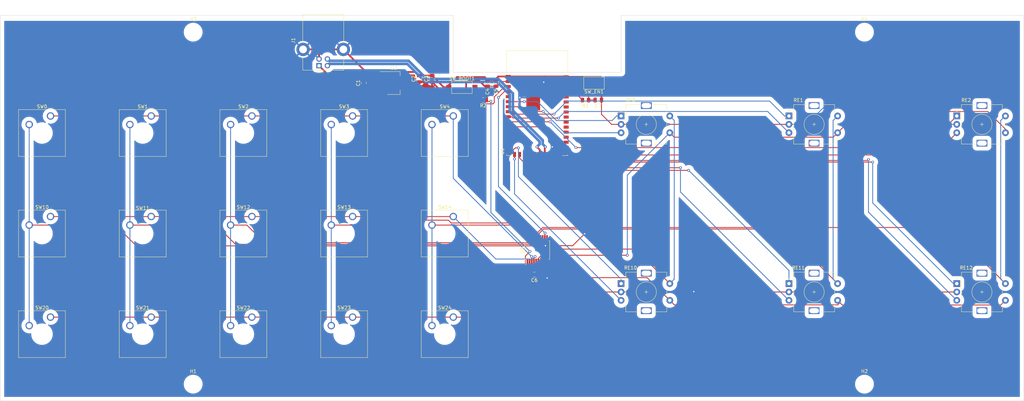
<source format=kicad_pcb>
(kicad_pcb (version 20211014) (generator pcbnew)
  (title_block (title "OBS导播键盘") (date "2022-05-09") (company "U2SB"))
  (layers (0 "F.Cu" signal) (31 "B.Cu" signal) (34 "B.Paste" user) (35 "F.Paste" user) (36 "B.SilkS" user "B.Silkscreen") (37 "F.SilkS" user "F.Silkscreen") (38 "B.Mask" user) (39 "F.Mask" user) (44 "Edge.Cuts" user))
  (net 0 "")
  (net 1 "+5V")
  (net 2 "GND")
  (net 3 "+3V3")
  (net 4 "/ESP_EN")
  (net 5 "/USB_D-")
  (net 6 "/USB_D+")
  (net 7 "/ESP_IO0")
  (net 8 "/EA_00")
  (net 9 "/EB_00")
  (net 10 "/R3")
  (net 11 "/C0")
  (net 12 "/EA_01")
  (net 13 "/EB_01")
  (net 14 "/C1")
  (net 15 "/EA_02")
  (net 16 "/EB_02")
  (net 17 "/C2")
  (net 18 "/EA_10")
  (net 19 "/EB_10")
  (net 20 "/R4")
  (net 21 "/EA_11")
  (net 22 "/EB_11")
  (net 23 "/EA_12")
  (net 24 "/EB_12")
  (net 25 "/R0")
  (net 26 "/C3")
  (net 27 "/C4")
  (net 28 "/R1")
  (net 29 "/R2")
  (net 30 "/K_TX")
  (footprint "Capacitor_SMD:C_0805_2012Metric" (layer "F.Cu") (at 184.15 147.32 180)
    (fp_text reference "C6")
    (fp_text value "1uF")
  )
  (footprint "Rotary_Encoder:RotaryEncoder_Alps_EC11E-Switch_Vertical_H20mm" (layer "F.Cu") (at 210 100)
    (fp_text reference "RE0")
    (fp_text value "RotaryEncoder_Switch")
  )
  (footprint "Rotary_Encoder:RotaryEncoder_Alps_EC11E-Switch_Vertical_H20mm" (layer "F.Cu") (at 210 150)
    (fp_text reference "RE10")
    (fp_text value "RotaryEncoder_Switch")
  )
  (footprint "Rotary_Encoder:RotaryEncoder_Alps_EC11E-Switch_Vertical_H20mm" (layer "F.Cu") (at 260 150)
    (fp_text reference "RE11")
    (fp_text value "RotaryEncoder_Switch")
  )
  (footprint "Button_Switch_Keyboard:SW_Cherry_MX_1.00u_Plate" (layer "F.Cu") (at 100 100)
    (fp_text reference "SW2")
    (fp_text value "SW_Push")
  )
  (footprint "Rotary_Encoder:RotaryEncoder_Alps_EC11E-Switch_Vertical_H20mm" (layer "F.Cu") (at 310 150)
    (fp_text reference "RE12")
    (fp_text value "RotaryEncoder_Switch")
  )
  (footprint "Package_TO_SOT_SMD:SOT-223-3_TabPin2" (layer "F.Cu") (at 142.24 90.17)
    (fp_text reference "U2")
    (fp_text value "AMS1117-3.3")
  )
  (footprint "MountingHole:MountingHole_3.2mm_M3_ISO7380" (layer "F.Cu") (at 82.5 180)
    (fp_text reference "H1")
    (fp_text value "MountingHole")
  )
  (footprint "Button_Switch_Keyboard:SW_Cherry_MX_1.00u_Plate" (layer "F.Cu") (at 70 160)
    (fp_text reference "SW21")
    (fp_text value "SW_Push")
  )
  (footprint "Capacitor_SMD:C_0805_2012Metric" (layer "F.Cu") (at 172.72 90.17 -90)
    (fp_text reference "C5")
    (fp_text value "0.1uF")
  )
  (footprint "Button_Switch_SMD:SW_SPST_CK_RS282G05A3" (layer "F.Cu") (at 162.56 91.44)
    (fp_text reference "SW_BOOT1")
    (fp_text value "SW_Push")
  )
  (footprint "Button_Switch_Keyboard:SW_Cherry_MX_1.00u_Plate" (layer "F.Cu") (at 40 100)
    (fp_text reference "SW0")
    (fp_text value "SW_Push")
  )
  (footprint "Button_Switch_Keyboard:SW_Cherry_MX_1.00u_Plate" (layer "F.Cu") (at 40 160)
    (fp_text reference "SW20")
    (fp_text value "SW_Push")
  )
  (footprint "Resistor_SMD:R_0805_2012Metric" (layer "F.Cu") (at 199.39 95.25)
    (fp_text reference "R1")
    (fp_text value "10K")
  )
  (footprint "Button_Switch_Keyboard:SW_Cherry_MX_1.00u_Plate" (layer "F.Cu") (at 160 160)
    (fp_text reference "SW24")
    (fp_text value "SW_Push")
  )
  (footprint "Capacitor_SMD:C_0805_2012Metric" (layer "F.Cu") (at 203.2 95.25 180)
    (fp_text reference "C7")
    (fp_text value "1uF")
  )
  (footprint "MountingHole:MountingHole_3.2mm_M3_ISO7380" (layer "F.Cu") (at 82.5 75)
    (fp_text reference "H3")
    (fp_text value "MountingHole")
  )
  (footprint "Button_Switch_Keyboard:SW_Cherry_MX_1.00u_Plate" (layer "F.Cu") (at 40 130)
    (fp_text reference "SW10")
    (fp_text value "SW_Push")
  )
  (footprint "Button_Switch_Keyboard:SW_Cherry_MX_1.00u_Plate" (layer "F.Cu") (at 70 130)
    (fp_text reference "SW11")
    (fp_text value "SW_Push")
  )
  (footprint "Button_Switch_Keyboard:SW_Cherry_MX_1.00u_Plate" (layer "F.Cu") (at 100 160)
    (fp_text reference "SW22")
    (fp_text value "SW_Push")
  )
  (footprint "Button_Switch_Keyboard:SW_Cherry_MX_1.00u_Plate" (layer "F.Cu") (at 130 100)
    (fp_text reference "SW3")
    (fp_text value "SW_Push")
  )
  (footprint "Resistor_SMD:R_0805_2012Metric" (layer "F.Cu") (at 168.91 95.25 180)
    (fp_text reference "R2")
    (fp_text value "10K")
  )
  (footprint "Capacitor_SMD:C_0805_2012Metric" (layer "F.Cu") (at 149.86 88.9 90)
    (fp_text reference "C2")
    (fp_text value "1uF")
  )
  (footprint "Connector_USB:USB_B_Lumberg_2411_02_Horizontal" (layer "F.Cu") (at 120 85 90)
    (fp_text reference "J1")
    (fp_text value "USB_B")
  )
  (footprint "Button_Switch_Keyboard:SW_Cherry_MX_1.00u_Plate" (layer "F.Cu") (at 70 100)
    (fp_text reference "SW1")
    (fp_text value "SW_Push")
  )
  (footprint "Capacitor_SMD:C_0805_2012Metric" (layer "F.Cu") (at 153.67 88.9 90)
    (fp_text reference "C3")
    (fp_text value "22uF")
  )
  (footprint "Capacitor_SMD:C_0805_2012Metric" (layer "F.Cu") (at 133.35 90.17 90)
    (fp_text reference "C1")
    (fp_text value "1uF")
  )
  (footprint "Package_SO:SSOP-20_5.3x7.2mm_P0.65mm" (layer "F.Cu") (at 185 140 90)
    (fp_text reference "U3")
    (fp_text value "BC6561")
  )
  (footprint "Button_Switch_Keyboard:SW_Cherry_MX_1.00u_Plate" (layer "F.Cu") (at 130 130)
    (fp_text reference "SW13")
    (fp_text value "SW_Push")
  )
  (footprint "Button_Switch_Keyboard:SW_Cherry_MX_1.00u_Plate" (layer "F.Cu") (at 160 100)
    (fp_text reference "SW4")
    (fp_text value "SW_Push")
  )
  (footprint "Button_Switch_Keyboard:SW_Cherry_MX_1.00u_Plate" (layer "F.Cu") (at 130 160)
    (fp_text reference "SW23")
    (fp_text value "SW_Push")
  )
  (footprint "RF_Module:ESP32-S2-WROVER" (layer "F.Cu") (at 185 100)
    (fp_text reference "U1")
    (fp_text value "ESP32-S2-WROVER")
  )
  (footprint "Button_Switch_Keyboard:SW_Cherry_MX_1.00u_Plate" (layer "F.Cu") (at 100 130)
    (fp_text reference "SW12")
    (fp_text value "SW_Push")
  )
  (footprint "Rotary_Encoder:RotaryEncoder_Alps_EC11E-Switch_Vertical_H20mm" (layer "F.Cu") (at 310 100)
    (fp_text reference "RE2")
    (fp_text value "RotaryEncoder_Switch")
  )
  (footprint "Button_Switch_Keyboard:SW_Cherry_MX_1.00u_Plate" (layer "F.Cu") (at 160 130)
    (fp_text reference "SW14")
    (fp_text value "SW_Push")
  )
  (footprint "MountingHole:MountingHole_3.2mm_M3_ISO7380" (layer "F.Cu") (at 282.5 75)
    (fp_text reference "H4")
    (fp_text value "MountingHole")
  )
  (footprint "Button_Switch_SMD:SW_SPST_CK_RS282G05A3" (layer "F.Cu") (at 201.93 90.17 180)
    (fp_text reference "SW_EN1")
    (fp_text value "SW_Push")
  )
  (footprint "Capacitor_SMD:C_0805_2012Metric" (layer "F.Cu") (at 170.18 90.17 -90)
    (fp_text reference "C4")
    (fp_text value "22uF")
  )
  (footprint "MountingHole:MountingHole_3.2mm_M3_ISO7380" (layer "F.Cu") (at 282.5 180)
    (fp_text reference "H2")
    (fp_text value "MountingHole")
  )
  (footprint "Rotary_Encoder:RotaryEncoder_Alps_EC11E-Switch_Vertical_H20mm" (layer "F.Cu") (at 260 100)
    (fp_text reference "RE1")
    (fp_text value "RotaryEncoder_Switch")
  )
  (gr_line locked (start 25 70) (end 160 70) (layer "Edge.Cuts") (width 0.1))
  (gr_line locked (start 160 70) (end 160 87) (layer "Edge.Cuts") (width 0.1))
  (gr_line locked (start 330 185) (end 330 70) (layer "Edge.Cuts") (width 0.1))
  (gr_line locked (start 210 87) (end 210 70) (layer "Edge.Cuts") (width 0.1))
  (gr_line locked (start 330 70) (end 210 70) (layer "Edge.Cuts") (width 0.1))
  (gr_line locked (start 160 87) (end 210 87) (layer "Edge.Cuts") (width 0.1))
  (gr_line locked (start 25 70) (end 25 185) (layer "Edge.Cuts") (width 0.1))
  (gr_line locked (start 25 185) (end 330 185) (layer "Edge.Cuts") (width 0.1))
  (segment (start 133.35 91.12) (end 134.7 92.47) (width 0.508) (layer "F.Cu") (net 1))
  (segment (start 134.7 92.47) (end 139.09 92.47) (width 0.508) (layer "F.Cu") (net 1))
  (segment (start 126.12 91.12) (end 133.35 91.12) (width 0.508) (layer "F.Cu") (net 1))
  (segment (start 120 85) (end 126.12 91.12) (width 0.508) (layer "F.Cu") (net 1))
  (segment (start 119.256 80.14) (end 115.25 80.14) (width 0.508) (layer "F.Cu") (net 2))
  (segment (start 173.395 88.225) (end 176.375 88.225) (width 0.508) (layer "F.Cu") (net 2))
  (segment (start 172.72 88.9) (end 173.395 88.225) (width 0.508) (layer "F.Cu") (net 2))
  (segment (start 140.208 86.868) (end 148.778 86.868) (width 0.508) (layer "F.Cu") (net 2))
  (segment (start 205.83 91.858) (end 204.15 93.538) (width 0.508) (layer "F.Cu") (net 2))
  (segment (start 139.206 87.87) (end 140.208 86.868) (width 0.508) (layer "F.Cu") (net 2))
  (segment (start 133.35 86.24) (end 133.35 87.63) (width 0.508) (layer "F.Cu") (net 2))
  (segment (start 191.75 110.978) (end 189.992 109.22) (width 0.254) (layer "F.Cu") (net 2))
  (segment (start 205.83 90.17) (end 205.83 91.858) (width 0.508) (layer "F.Cu") (net 2))
  (segment (start 139.09 87.87) (end 139.206 87.87) (width 0.508) (layer "F.Cu") (net 2))
  (segment (start 148.778 86.868) (end 149.86 87.95) (width 0.508) (layer "F.Cu") (net 2))
  (segment (start 204.15 99.502) (end 204.15 95.25) (width 0.254) (layer "F.Cu") (net 2))
  (segment (start 158.66 91.44) (end 158.66 90.768) (width 0.508) (layer "F.Cu") (net 2))
  (segment (start 179.832 94.488) (end 182.033 94.488) (width 0.508) (layer "F.Cu") (net 2))
  (segment (start 139.09 87.87) (end 133.59 87.87) (width 0.508) (layer "F.Cu") (net 2))
  (segment (start 186.625 137.857) (end 187.452 138.684) (width 0.254) (layer "F.Cu") (net 2))
  (segment (start 210 102.5) (end 260 102.5) (width 0.254) (layer "F.Cu") (net 2))
  (segment (start 149.86 87.95) (end 153.67 87.95) (width 0.508) (layer "F.Cu") (net 2))
  (segment (start 231.648 152.4) (end 231.748 152.5) (width 0.254) (layer "F.Cu") (net 2))
  (segment (start 120 83) (end 120 81.168) (width 0.508) (layer "F.Cu") (net 2))
  (segment (start 193.625 88.325) (end 203.985 88.325) (width 0.508) (layer "F.Cu") (net 2))
  (segment (start 210 102.5) (end 207.148 102.5) (width 0.254) (layer "F.Cu") (net 2))
  (segment (start 189.992 109.22) (end 189.484 109.22) (width 0.254) (layer "F.Cu") (net 2))
  (segment (start 193.525 88.225) (end 193.625 88.325) (width 0.508) (layer "F.Cu") (net 2))
  (segment (start 185.1 147.32) (end 190.28 152.5) (width 0.254) (layer "F.Cu") (net 2))
  (segment (start 176.375 88.225) (end 187.111 88.225) (width 0.508) (layer "F.Cu") (net 2))
  (segment (start 157.16 91.44) (end 158.66 91.44) (width 0.508) (layer "F.Cu") (net 2))
  (segment (start 195.58 138.684) (end 199.136 135.128) (width 0.254) (layer "F.Cu") (net 2))
  (segment (start 207.148 102.5) (end 204.15 99.502) (width 0.254) (layer "F.Cu") (net 2))
  (segment (start 170.18 89.22) (end 172.72 89.22) (width 0.508) (layer "F.Cu") (net 2))
  (segment (start 169.352 88.392) (end 170.18 89.22) (width 0.508) (layer "F.Cu") (net 2))
  (segment (start 190.28 152.5) (end 210 152.5) (width 0.254) (layer "F.Cu") (net 2))
  (segment (start 186.625 136.5) (end 186.625 137.857) (width 0.254) (layer "F.Cu") (net 2))
  (segment (start 186.944 147.32) (end 187.96 148.336) (width 0.254) (layer "F.Cu") (net 2))
  (segment (start 127.25 80.14) (end 133.35 86.24) (width 0.508) (layer "F.Cu") (net 2))
  (segment (start 186.944 88.392) (end 186.944 89.916) (width 0.508) (layer "F.Cu") (net 2))
  (segment (start 120 80.884) (end 119.256 80.14) (width 0.508) (layer "F.Cu") (net 2))
  (segment (start 133.59 87.87) (end 133.35 87.63) (width 0.508) (layer "F.Cu") (net 2))
  (segment (start 158.66 90.768) (end 161.036 88.392) (width 0.508) (layer "F.Cu") (net 2))
  (segment (start 161.036 88.392) (end 169.352 88.392) (width 0.508) (layer "F.Cu") (net 2))
  (segment (start 182.033 94.488) (end 183.81 96.265) (width 0.508) (layer "F.Cu") (net 2))
  (segment (start 231.748 152.5) (end 260 152.5) (width 0.254) (layer "F.Cu") (net 2))
  (segment (start 203.985 88.325) (end 205.83 90.17) (width 0.508) (layer "F.Cu") (net 2))
  (segment (start 204.15 93.538) (end 204.15 95.25) (width 0.508) (layer "F.Cu") (net 2))
  (segment (start 187.452 138.684) (end 195.58 138.684) (width 0.254) (layer "F.Cu") (net 2))
  (segment (start 120 81.168) (end 121.028 80.14) (width 0.508) (layer "F.Cu") (net 2))
  (segment (start 260 152.5) (end 310 152.5) (width 0.254) (layer "F.Cu") (net 2))
  (segment (start 133.35 87.63) (end 133.35 89.22) (width 0.508) (layer "F.Cu") (net 2))
  (segment (start 121.028 80.14) (end 127.25 80.14) (width 0.508) (layer "F.Cu") (net 2))
  (segment (start 185.1 147.32) (end 186.944 147.32) (width 0.254) (layer "F.Cu") (net 2))
  (segment (start 172.72 89.22) (end 172.72 88.9) (width 0.508) (layer "F.Cu") (net 2))
  (segment (start 187.111 88.225) (end 193.525 88.225) (width 0.508) (layer "F.Cu") (net 2))
  (segment (start 191.75 111.475) (end 191.75 110.978) (width 0.254) (layer "F.Cu") (net 2))
  (segment (start 187.111 88.225) (end 186.944 88.392) (width 0.508) (layer "F.Cu") (net 2))
  (segment (start 153.67 87.95) (end 157.16 91.44) (width 0.508) (layer "F.Cu") (net 2))
  (segment (start 120 83) (end 120 80.884) (width 0.508) (layer "F.Cu") (net 2))
  (via (at 189.484 109.22) (size 0.8) (drill 0.4) (layers "F.Cu" "B.Cu") (net 2))
  (via (at 186.944 89.916) (size 0.8) (drill 0.4) (layers "F.Cu" "B.Cu") (net 2))
  (via (at 199.136 135.128) (size 0.8) (drill 0.4) (layers "F.Cu" "B.Cu") (net 2))
  (via (at 187.452 138.684) (size 0.8) (drill 0.4) (layers "F.Cu" "B.Cu") (net 2))
  (via (at 231.648 152.4) (size 0.8) (drill 0.4) (layers "F.Cu" "B.Cu") (net 2))
  (via (at 179.832 94.488) (size 0.8) (drill 0.4) (layers "F.Cu" "B.Cu") (net 2))
  (via (at 187.96 148.336) (size 0.8) (drill 0.4) (layers "F.Cu" "B.Cu") (net 2))
  (segment (start 310 102.5) (end 281.316 102.5) (width 0.254) (layer "B.Cu") (net 2))
  (segment (start 276.352 97.536) (end 270.256 97.536) (width 0.254) (layer "B.Cu") (net 2))
  (segment (start 189.484 109.22) (end 189.484 125.476) (width 0.254) (layer "B.Cu") (net 2))
  (segment (start 231.648 152.4) (end 231.548 152.5) (width 0.254) (layer "B.Cu") (net 2))
  (segment (start 179.832 94.488) (end 179.832 97.536) (width 0.508) (layer "B.Cu") (net 2))
  (segment (start 270.256 97.536) (end 265.292 102.5) (width 0.254) (layer "B.Cu") (net 2))
  (segment (start 187.452 138.684) (end 187.96 139.192) (width 0.254) (layer "B.Cu") (net 2))
  (segment (start 189.484 125.476) (end 199.136 135.128) (width 0.254) (layer "B.Cu") (net 2))
  (segment (start 187.96 139.192) (end 187.96 148.336) (width 0.254) (layer "B.Cu") (net 2))
  (segment (start 265.292 102.5) (end 260 102.5) (width 0.254) (layer "B.Cu") (net 2))
  (segment (start 186.944 89.916) (end 182.372 94.488) (width 0.508) (layer "B.Cu") (net 2))
  (segment (start 182.372 94.488) (end 179.832 94.488) (width 0.508) (layer "B.Cu") (net 2))
  (segment (start 189.484 107.188) (end 189.484 109.22) (width 0.508) (layer "B.Cu") (net 2))
  (segment (start 281.316 102.5) (end 276.352 97.536) (width 0.254) (layer "B.Cu") (net 2))
  (segment (start 231.548 152.5) (end 210 152.5) (width 0.254) (layer "B.Cu") (net 2))
  (segment (start 179.832 97.536) (end 189.484 107.188) (width 0.508) (layer "B.Cu") (net 2))
  (segment (start 182.725 146.845) (end 182.725 144.777) (width 0.25) (layer "F.Cu") (net 3))
  (segment (start 181.474 144.562) (end 181.474 141.779) (width 0.25) (layer "F.Cu") (net 3))
  (segment (start 149.86 89.85) (end 145.71 89.85) (width 0.508) (layer "F.Cu") (net 3))
  (segment (start 182.725 144.777) (end 181.689 144.777) (width 0.25) (layer "F.Cu") (net 3))
  (segment (start 182.6485 89.725) (end 176.375 89.725) (width 0.25) (layer "F.Cu") (net 3))
  (segment (start 163.83 90.17) (end 164.592 89.408) (width 0.508) (layer "F.Cu") (net 3))
  (segment (start 198.4775 95.25) (end 195.2771 92.0496) (width 0.25) (layer "F.Cu") (net 3))
  (segment (start 195.2771 92.0496) (end 184.9731 92.0496) (width 0.25) (layer "F.Cu") (net 3))
  (segment (start 149.86 89.85) (end 153.67 89.85) (width 0.508) (layer "F.Cu") (net 3))
  (segment (start 163.83 92.71) (end 163.83 90.17) (width 0.508) (layer "F.Cu") (net 3))
  (segment (start 181.474 141.779) (end 182.836 140.417) (width 0.25) (layer "F.Cu") (net 3))
  (segment (start 167.64 89.408) (end 169.352 91.12) (width 0.508) (layer "F.Cu") (net 3))
  (segment (start 183.2 147.32) (end 182.725 146.845) (width 0.25) (layer "F.Cu") (net 3))
  (segment (start 170.2091 95.6366) (end 171.196 95.6366) (width 0.25) (layer "F.Cu") (net 3))
  (segment (start 157.8 93.98) (end 162.56 93.98) (width 0.508) (layer "F.Cu") (net 3))
  (segment (start 172.72 91.12) (end 174.115 89.725) (width 0.25) (layer "F.Cu") (net 3))
  (segment (start 162.56 93.98) (end 163.83 92.71) (width 0.508) (layer "F.Cu") (net 3))
  (segment (start 153.67 89.85) (end 157.8 93.98) (width 0.508) (layer "F.Cu") (net 3))
  (segment (start 174.115 89.725) (end 176.375 89.725) (width 0.25) (layer "F.Cu") (net 3))
  (segment (start 164.592 89.408) (end 167.64 89.408) (width 0.508) (layer "F.Cu") (net 3))
  (segment (start 170.18 91.12) (end 170.18 94.8925) (width 0.25) (layer "F.Cu") (net 3))
  (segment (start 139.09 90.17) (end 145.39 90.17) (width 0.508) (layer "F.Cu") (net 3))
  (segment (start 181.689 144.777) (end 181.474 144.562) (width 0.25) (layer "F.Cu") (net 3))
  (segment (start 145.71 89.85) (end 145.39 90.17) (width 0.508) (layer "F.Cu") (net 3))
  (segment (start 170.18 94.8925) (end 169.8225 95.25) (width 0.25) (layer "F.Cu") (net 3))
  (segment (start 172.72 91.12) (end 170.18 91.12) (width 0.25) (layer "F.Cu") (net 3))
  (segment (start 182.725 144.777) (end 182.725 143.5) (width 0.25) (layer "F.Cu") (net 3))
  (segment (start 169.352 91.12) (end 170.18 91.12) (width 0.508) (layer "F.Cu") (net 3))
  (segment (start 184.9731 92.0496) (end 182.6485 89.725) (width 0.25) (layer "F.Cu") (net 3))
  (via (at 182.836 140.417) (size 0.8) (drill 0.4) (layers "F.Cu" "B.Cu") (net 3))
  (via (at 171.196 95.6366) (size 0.8) (drill 0.4) (layers "F.Cu" "B.Cu") (net 3))
  (segment (start 171.196 128.777) (end 182.836 140.417) (width 0.25) (layer "B.Cu") (net 3))
  (segment (start 171.196 95.6366) (end 171.196 128.777) (width 0.25) (layer "B.Cu") (net 3))
  (segment (start 200.302 93.5178) (end 200.302 95.25) (width 0.25) (layer "F.Cu") (net 4))
  (segment (start 202.25 95.25) (end 200.3025 95.25) (width 0.25) (layer "F.Cu") (net 4))
  (segment (start 198.03 90.17) (end 195.145 90.17) (width 0.25) (layer "F.Cu") (net 4))
  (segment (start 194.7 89.725) (end 193.625 89.725) (width 0.25) (layer "F.Cu") (net 4))
  (segment (start 198.03 91.2453) (end 200.302 93.5178) (width 0.25) (layer "F.Cu") (net 4))
  (segment (start 198.03 90.17) (end 198.03 91.2453) (width 0.25) (layer "F.Cu") (net 4))
  (segment (start 195.145 90.17) (end 194.7 89.725) (width 0.25) (layer "F.Cu") (net 4))
  (segment (start 185.75 110.058) (end 184.912 109.22) (width 0.508) (layer "F.Cu") (net 5))
  (segment (start 185.75 111.475) (end 185.75 110.058) (width 0.508) (layer "F.Cu") (net 5))
  (via (at 184.912 109.22) (size 0.8) (drill 0.4) (layers "F.Cu" "B.Cu") (net 5))
  (segment (start 185.7208 107.633036) (end 176.8308 98.743036) (width 0.77) (layer "B.Cu") (net 5))
  (segment (start 184.912 109.22) (end 185.7208 108.4112) (width 0.77) (layer "B.Cu") (net 5))
  (segment (start 176.8308 93.663036) (end 173.036964 89.8692) (width 0.77) (layer "B.Cu") (net 5))
  (segment (start 185.7208 108.4112) (end 185.7208 107.633036) (width 0.77) (layer "B.Cu") (net 5))
  (segment (start 176.8308 98.743036) (end 176.8308 93.663036) (width 0.77) (layer "B.Cu") (net 5))
  (segment (start 173.036964 89.8692) (end 151.700964 89.8692) (width 0.77) (layer "B.Cu") (net 5))
  (segment (start 146.292964 84.4612) (end 123.0388 84.4612) (width 0.77) (layer "B.Cu") (net 5))
  (segment (start 123.0388 84.4612) (end 122.5 85) (width 0.77) (layer "B.Cu") (net 5))
  (segment (start 151.700964 89.8692) (end 146.292964 84.4612) (width 0.77) (layer "B.Cu") (net 5))
  (segment (start 187.25 111.475) (end 187.25 109.422) (width 0.508) (layer "F.Cu") (net 6))
  (segment (start 187.25 109.422) (end 187.452 109.22) (width 0.508) (layer "F.Cu") (net 6))
  (via (at 187.452 109.22) (size 0.8) (drill 0.4) (layers "F.Cu" "B.Cu") (net 6))
  (segment (start 123.0388 83.5388) (end 122.5 83) (width 0.77) (layer "B.Cu") (net 6))
  (segment (start 186.6432 108.4112) (end 186.6432 107.250964) (width 0.77) (layer "B.Cu") (net 6))
  (segment (start 146.675036 83.5388) (end 123.0388 83.5388) (width 0.77) (layer "B.Cu") (net 6))
  (segment (start 177.7532 93.280964) (end 173.419036 88.9468) (width 0.77) (layer "B.Cu") (net 6))
  (segment (start 186.6432 107.250964) (end 177.7532 98.360964) (width 0.77) (layer "B.Cu") (net 6))
  (segment (start 187.452 109.22) (end 186.6432 108.4112) (width 0.77) (layer "B.Cu") (net 6))
  (segment (start 173.419036 88.9468) (end 152.083036 88.9468) (width 0.77) (layer "B.Cu") (net 6))
  (segment (start 152.083036 88.9468) (end 146.675036 83.5388) (width 0.77) (layer "B.Cu") (net 6))
  (segment (start 177.7532 98.360964) (end 177.7532 93.280964) (width 0.77) (layer "B.Cu") (net 6))
  (segment (start 171.8454 96.3786) (end 172.212 96.012) (width 0.25) (layer "F.Cu") (net 7))
  (segment (start 167.998 94.0528) (end 167.998 95.25) (width 0.25) (layer "F.Cu") (net 7))
  (segment (start 169.1266 96.3786) (end 171.8454 96.3786) (width 0.25) (layer "F.Cu") (net 7))
  (segment (start 167.998 95.25) (end 169.1266 96.3786) (width 0.25) (layer "F.Cu") (net 7))
  (segment (start 175.2997 91.225) (end 176.375 91.225) (width 0.25) (layer "F.Cu") (net 7))
  (segment (start 166.46 91.44) (end 166.46 92.5153) (width 0.25) (layer "F.Cu") (net 7))
  (segment (start 166.46 92.5153) (end 167.998 94.0528) (width 0.25) (layer "F.Cu") (net 7))
  (segment (start 172.212 94.3127) (end 175.2997 91.225) (width 0.25) (layer "F.Cu") (net 7))
  (segment (start 172.212 96.012) (end 172.212 94.3127) (width 0.25) (layer "F.Cu") (net 7))
  (segment (start 176.375 95.725) (end 181.142 95.725) (width 0.25) (layer "F.Cu") (net 8))
  (via (at 181.142 95.725) (size 0.8) (drill 0.4) (layers "F.Cu" "B.Cu") (net 8))
  (segment (start 210 100) (end 208.675 100) (width 0.25) (layer "B.Cu") (net 8))
  (segment (start 190.724 101.361) (end 185.088 95.725) (width 0.25) (layer "B.Cu") (net 8))
  (segment (start 185.088 95.725) (end 181.142 95.725) (width 0.25) (layer "B.Cu") (net 8))
  (segment (start 208.675 100) (end 207.314 101.361) (width 0.25) (layer "B.Cu") (net 8))
  (segment (start 207.314 101.361) (end 190.724 101.361) (width 0.25) (layer "B.Cu") (net 8))
  (segment (start 180.585 98.6466) (end 186.78 98.6466) (width 0.25) (layer "F.Cu") (net 9))
  (segment (start 179.164 97.225) (end 180.585 98.6466) (width 0.25) (layer "F.Cu") (net 9))
  (segment (start 176.375 97.225) (end 179.164 97.225) (width 0.25) (layer "F.Cu") (net 9))
  (via (at 186.78 98.6466) (size 0.8) (drill 0.4) (layers "F.Cu" "B.Cu") (net 9))
  (segment (start 210 105) (end 193.133 105) (width 0.25) (layer "B.Cu") (net 9))
  (segment (start 193.133 105) (end 186.78 98.6466) (width 0.25) (layer "B.Cu") (net 9))
  (segment (start 185.325 142.491) (end 186.27 141.546) (width 0.25) (layer "F.Cu") (net 10))
  (segment (start 185.325 143.5) (end 185.325 142.491) (width 0.25) (layer "F.Cu") (net 10))
  (segment (start 324.5 103.934994) (end 324.5 105) (width 0.25) (layer "F.Cu") (net 10))
  (segment (start 224.5 105) (end 225.827 106.327) (width 0.25) (layer "F.Cu") (net 10))
  (segment (start 273.173 106.327) (end 274.5 105) (width 0.25) (layer "F.Cu") (net 10))
  (segment (start 225.827 106.327) (end 273.173 106.327) (width 0.25) (layer "F.Cu") (net 10))
  (segment (start 319.239606 98.6746) (end 324.5 103.934994) (width 0.25) (layer "F.Cu") (net 10))
  (segment (start 274.5 105) (end 280.825 98.6746) (width 0.25) (layer "F.Cu") (net 10))
  (segment (start 280.825 98.6746) (end 319.239606 98.6746) (width 0.25) (layer "F.Cu") (net 10))
  (segment (start 186.27 141.546) (end 211.847 141.546) (width 0.25) (layer "F.Cu") (net 10))
  (via (at 211.847 141.546) (size 0.8) (drill 0.4) (layers "F.Cu" "B.Cu") (net 10))
  (segment (start 211.847 141.546) (end 211.847 117.653) (width 0.25) (layer "B.Cu") (net 10))
  (segment (start 211.847 117.653) (end 224.5 105) (width 0.25) (layer "B.Cu") (net 10))
  (segment (start 185.75 138.748) (end 65.5678 138.748) (width 0.25) (layer "F.Cu") (net 11))
  (segment (start 59.3602 132.54) (end 33.65 132.54) (width 0.25) (layer "F.Cu") (net 11))
  (segment (start 185.975 138.522) (end 185.975 136.5) (width 0.25) (layer "F.Cu") (net 11))
  (segment (start 214.2 139.7) (end 186.944 139.7) (width 0.25) (layer "F.Cu") (net 11))
  (segment (start 185.975 138.731) (end 185.975 138.522) (width 0.25) (layer "F.Cu") (net 11))
  (segment (start 224.5 150) (end 214.2 139.7) (width 0.25) (layer "F.Cu") (net 11))
  (segment (start 186.944 139.7) (end 185.975 138.731) (width 0.25) (layer "F.Cu") (net 11))
  (segment (start 185.975 138.522) (end 185.75 138.748) (width 0.25) (layer "F.Cu") (net 11))
  (segment (start 65.5678 138.748) (end 59.3602 132.54) (width 0.25) (layer "F.Cu") (net 11))
  (segment (start 33.65 132.54) (end 33.65 102.54) (width 0.25) (layer "B.Cu") (net 11))
  (segment (start 225.834 148.666) (end 224.5 150) (width 0.25) (layer "B.Cu") (net 11))
  (segment (start 224.5 100) (end 225.834 101.334) (width 0.25) (layer "B.Cu") (net 11))
  (segment (start 225.834 101.334) (end 225.834 148.666) (width 0.25) (layer "B.Cu") (net 11))
  (segment (start 33.65 162.54) (end 33.65 132.54) (width 0.25) (layer "B.Cu") (net 11))
  (segment (start 189.998 99.4496) (end 178.175 99.4496) (width 0.25) (layer "F.Cu") (net 12))
  (segment (start 178.175 99.4496) (end 177.45 98.725) (width 0.25) (layer "F.Cu") (net 12))
  (segment (start 177.45 98.725) (end 176.375 98.725) (width 0.25) (layer "F.Cu") (net 12))
  (via (at 189.998 99.4496) (size 0.8) (drill 0.4) (layers "F.Cu" "B.Cu") (net 12))
  (segment (start 258.675 100) (end 254.238 95.5636) (width 0.25) (layer "B.Cu") (net 12))
  (segment (start 260 100) (end 258.675 100) (width 0.25) (layer "B.Cu") (net 12))
  (segment (start 193.884 95.5636) (end 189.998 99.4496) (width 0.25) (layer "B.Cu") (net 12))
  (segment (start 254.238 95.5636) (end 193.884 95.5636) (width 0.25) (layer "B.Cu") (net 12))
  (segment (start 177.859 100.633) (end 191.362 100.633) (width 0.25) (layer "F.Cu") (net 13))
  (segment (start 176.375 100.225) (end 177.45 100.225) (width 0.25) (layer "F.Cu") (net 13))
  (segment (start 177.45 100.225) (end 177.859 100.633) (width 0.25) (layer "F.Cu") (net 13))
  (via (at 191.362 100.633) (size 0.8) (drill 0.4) (layers "F.Cu" "B.Cu") (net 13))
  (segment (start 193.33 98.6651) (end 253.665 98.6651) (width 0.25) (layer "B.Cu") (net 13))
  (segment (start 191.362 100.633) (end 193.33 98.6651) (width 0.25) (layer "B.Cu") (net 13))
  (segment (start 253.665 98.6651) (end 260 105) (width 0.25) (layer "B.Cu") (net 13))
  (segment (start 186.899 133.721) (end 185.325 135.295) (width 0.25) (layer "F.Cu") (net 14))
  (segment (start 274.5 150) (end 258.221 133.721) (width 0.25) (layer "F.Cu") (net 14))
  (segment (start 184.527 138.297) (end 185.325 137.5) (width 0.25) (layer "F.Cu") (net 14))
  (segment (start 258.221 133.721) (end 186.899 133.721) (width 0.25) (layer "F.Cu") (net 14))
  (segment (start 95.1175 138.297) (end 184.527 138.297) (width 0.25) (layer "F.Cu") (net 14))
  (segment (start 89.3602 132.54) (end 95.1175 138.297) (width 0.25) (layer "F.Cu") (net 14))
  (segment (start 63.65 132.54) (end 89.3602 132.54) (width 0.25) (layer "F.Cu") (net 14))
  (segment (start 185.325 135.295) (end 185.325 136.5) (width 0.25) (layer "F.Cu") (net 14))
  (segment (start 185.325 137.5) (end 185.325 136.5) (width 0.25) (layer "F.Cu") (net 14))
  (segment (start 273.166 148.666) (end 274.5 150) (width 0.25) (layer "B.Cu") (net 14))
  (segment (start 274.5 100) (end 273.166 101.334) (width 0.25) (layer "B.Cu") (net 14))
  (segment (start 273.166 101.334) (end 273.166 148.666) (width 0.25) (layer "B.Cu") (net 14))
  (segment (start 63.65 102.54) (end 63.65 132.54) (width 0.25) (layer "B.Cu") (net 14))
  (segment (start 63.65 132.54) (end 63.65 162.54) (width 0.25) (layer "B.Cu") (net 14))
  (segment (start 310 100) (end 300.575 109.425) (width 0.25) (layer "F.Cu") (net 15))
  (segment (start 300.575 109.425) (end 196.533 109.425) (width 0.25) (layer "F.Cu") (net 15))
  (segment (start 188.832 101.725) (end 176.375 101.725) (width 0.25) (layer "F.Cu") (net 15))
  (via (at 188.832 101.725) (size 0.8) (drill 0.4) (layers "F.Cu" "B.Cu") (net 15))
  (via (at 196.533 109.425) (size 0.8) (drill 0.4) (layers "F.Cu" "B.Cu") (net 15))
  (segment (start 196.533 109.425) (end 188.832 101.725) (width 0.25) (layer "B.Cu") (net 15))
  (segment (start 303.4 111.636) (end 192.687 111.636) (width 0.25) (layer "F.Cu") (net 16))
  (segment (start 192.525 110.59) (end 185.16 103.225) (width 0.25) (layer "F.Cu") (net 16))
  (segment (start 192.525 111.474) (end 192.525 110.59) (width 0.25) (layer "F.Cu") (net 16))
  (segment (start 185.16 103.225) (end 176.375 103.225) (width 0.25) (layer "F.Cu") (net 16))
  (segment (start 192.687 111.636) (end 192.525 111.474) (width 0.25) (layer "F.Cu") (net 16))
  (segment (start 310.036 105) (end 303.4 111.636) (width 0.25) (layer "F.Cu") (net 16))
  (segment (start 184.675 135.231) (end 184.675 136.5) (width 0.25) (layer "F.Cu") (net 17))
  (segment (start 184.675 137.509) (end 184.378 137.806) (width 0.25) (layer "F.Cu") (net 17))
  (segment (start 186.636 133.27) (end 184.675 135.231) (width 0.25) (layer "F.Cu") (net 17))
  (segment (start 98.4966 132.54) (end 93.65 132.54) (width 0.25) (layer "F.Cu") (net 17))
  (segment (start 307.77 133.27) (end 186.636 133.27) (width 0.25) (layer "F.Cu") (net 17))
  (segment (start 103.762 137.806) (end 98.4966 132.54) (width 0.25) (layer "F.Cu") (net 17))
  (segment (start 324.5 150) (end 307.77 133.27) (width 0.25) (layer "F.Cu") (net 17))
  (segment (start 184.675 136.5) (end 184.675 137.509) (width 0.25) (layer "F.Cu") (net 17))
  (segment (start 184.378 137.806) (end 103.762 137.806) (width 0.25) (layer "F.Cu") (net 17))
  (segment (start 324.422 100) (end 323.088 101.334) (width 0.25) (layer "B.Cu") (net 17))
  (segment (start 93.65 132.54) (end 93.65 102.54) (width 0.25) (layer "B.Cu") (net 17))
  (segment (start 323.088 101.334) (end 323.088 148.666) (width 0.25) (layer "B.Cu") (net 17))
  (segment (start 93.65 162.54) (end 93.65 132.54) (width 0.25) (layer "B.Cu") (net 17))
  (segment (start 323.088 148.666) (end 324.422 150) (width 0.25) (layer "B.Cu") (net 17))
  (segment (start 177.45 110.725) (end 177.45 110.544) (width 0.25) (layer "F.Cu") (net 18))
  (segment (start 178.476 109.518) (end 179.395 109.518) (width 0.25) (layer "F.Cu") (net 18))
  (segment (start 176.375 110.725) (end 177.45 110.725) (width 0.25) (layer "F.Cu") (net 18))
  (segment (start 177.45 110.544) (end 178.476 109.518) (width 0.25) (layer "F.Cu") (net 18))
  (via (at 179.395 109.518) (size 0.8) (drill 0.4) (layers "F.Cu" "B.Cu") (net 18))
  (segment (start 210 150) (end 210 148.675) (width 0.25) (layer "B.Cu") (net 18))
  (segment (start 210 148.675) (end 179.395 118.069) (width 0.25) (layer "B.Cu") (net 18))
  (segment (start 179.395 118.069) (end 179.395 109.518) (width 0.25) (layer "B.Cu") (net 18))
  (segment (start 178.25 111.475) (end 178.25 112.836) (width 0.25) (layer "F.Cu") (net 19))
  (via (at 178.25 112.836) (size 0.8) (drill 0.4) (layers "F.Cu" "B.Cu") (net 19))
  (segment (start 178.25 123.25) (end 178.25 112.836) (width 0.25) (layer "B.Cu") (net 19))
  (segment (start 210 155) (end 178.25 123.25) (width 0.25) (layer "B.Cu") (net 19))
  (segment (start 185.975 143.5) (end 185.975 144.523) (width 0.25) (layer "F.Cu") (net 20))
  (segment (start 275.188 155.688) (end 274.541 156.336) (width 0.25) (layer "F.Cu") (net 20))
  (segment (start 323.123 156.377) (end 324.5 155) (width 0.25) (layer "F.Cu") (net 20))
  (segment (start 274.541 156.336) (end 225.836 156.336) (width 0.25) (layer "F.Cu") (net 20))
  (segment (start 217.725 148.225) (end 224.5 155) (width 0.25) (layer "F.Cu") (net 20))
  (segment (start 185.975 144.523) (end 189.678 148.225) (width 0.25) (layer "F.Cu") (net 20))
  (segment (start 189.678 148.225) (end 217.725 148.225) (width 0.25) (layer "F.Cu") (net 20))
  (segment (start 275.877 156.377) (end 275.188 155.688) (width 0.25) (layer "F.Cu") (net 20))
  (segment (start 275.877 156.377) (end 323.123 156.377) (width 0.25) (layer "F.Cu") (net 20))
  (segment (start 225.836 156.336) (end 224.5 155) (width 0.25) (layer "F.Cu") (net 20))
  (segment (start 275.188 155.688) (end 274.5 155) (width 0.25) (layer "F.Cu") (net 20))
  (segment (start 183.426 116.226) (end 230.136 116.226) (width 0.25) (layer "F.Cu") (net 21))
  (segment (start 179.75 111.475) (end 179.75 112.55) (width 0.25) (layer "F.Cu") (net 21))
  (segment (start 179.75 112.55) (end 183.426 116.226) (width 0.25) (layer "F.Cu") (net 21))
  (via (at 230.136 116.226) (size 0.8) (drill 0.4) (layers "F.Cu" "B.Cu") (net 21))
  (segment (start 260 150) (end 260 146.09) (width 0.25) (layer "B.Cu") (net 21))
  (segment (start 260 146.09) (end 230.136 116.226) (width 0.25) (layer "B.Cu") (net 21))
  (segment (start 184.144 115.444) (end 181.25 112.55) (width 0.25) (layer "F.Cu") (net 22))
  (segment (start 181.25 112.55) (end 181.25 111.475) (width 0.25) (layer "F.Cu") (net 22))
  (segment (start 227.671 115.444) (end 184.144 115.444) (width 0.25) (layer "F.Cu") (net 22))
  (via (at 227.671 115.444) (size 0.8) (drill 0.4) (layers "F.Cu" "B.Cu") (net 22))
  (segment (start 260 155) (end 227.671 122.671) (width 0.25) (layer "B.Cu") (net 22))
  (segment (start 227.671 122.671) (end 227.671 115.444) (width 0.25) (layer "B.Cu") (net 22))
  (segment (start 182.75 111.475) (end 182.75 112.55) (width 0.25) (layer "F.Cu") (net 23))
  (segment (start 183.948 113.748) (end 284.951 113.748) (width 0.25) (layer "F.Cu") (net 23))
  (segment (start 182.75 112.55) (end 183.948 113.748) (width 0.25) (layer "F.Cu") (net 23))
  (via (at 284.951 113.748) (size 0.8) (drill 0.4) (layers "F.Cu" "B.Cu") (net 23))
  (segment (start 284.951 125.947) (end 309.004 150) (width 0.25) (layer "B.Cu") (net 23))
  (segment (start 309.004 150) (end 310 150) (width 0.25) (layer "B.Cu") (net 23))
  (segment (start 284.951 113.748) (end 284.951 125.947) (width 0.25) (layer "B.Cu") (net 23))
  (segment (start 184.25 112.55) (end 184.25 111.475) (width 0.25) (layer "F.Cu") (net 24))
  (segment (start 184.977 113.277) (end 184.25 112.55) (width 0.25) (layer "F.Cu") (net 24))
  (segment (start 283.693 113.002) (end 283.418 113.277) (width 0.25) (layer "F.Cu") (net 24))
  (segment (start 283.418 113.277) (end 184.977 113.277) (width 0.25) (layer "F.Cu") (net 24))
  (via (at 283.693 113.002) (size 0.8) (drill 0.4) (layers "F.Cu" "B.Cu") (net 24))
  (segment (start 283.693 128.693) (end 310 155) (width 0.25) (layer "B.Cu") (net 24))
  (segment (start 283.693 113.002) (end 283.693 128.693) (width 0.25) (layer "B.Cu") (net 24))
  (segment (start 70 100) (end 100 100) (width 0.25) (layer "F.Cu") (net 25))
  (segment (start 160 100) (end 130 100) (width 0.25) (layer "F.Cu") (net 25))
  (segment (start 183.375 141.982) (end 183.339 141.946) (width 0.25) (layer "F.Cu") (net 25))
  (segment (start 130 100) (end 100 100) (width 0.25) (layer "F.Cu") (net 25))
  (segment (start 40 100) (end 70 100) (width 0.25) (layer "F.Cu") (net 25))
  (segment (start 183.375 143.5) (end 183.375 141.982) (width 0.25) (layer "F.Cu") (net 25))
  (via (at 183.339 141.946) (size 0.8) (drill 0.4) (layers "F.Cu" "B.Cu") (net 25))
  (segment (start 160 100) (end 160 118.607) (width 0.25) (layer "B.Cu") (net 25))
  (segment (start 160 118.607) (end 183.339 141.946) (width 0.25) (layer "B.Cu") (net 25))
  (segment (start 132.419 131.074) (end 158.534 131.074) (width 0.25) (layer "F.Cu") (net 26))
  (segment (start 158.534 131.074) (end 159.377 131.917) (width 0.25) (layer "F.Cu") (net 26))
  (segment (start 184.025 135.446) (end 184.025 136.5) (width 0.25) (layer "F.Cu") (net 26))
  (segment (start 180.496 131.917) (end 184.025 135.446) (width 0.25) (layer "F.Cu") (net 26))
  (segment (start 130.953 132.54) (end 132.419 131.074) (width 0.25) (layer "F.Cu") (net 26))
  (segment (start 123.65 132.54) (end 130.953 132.54) (width 0.25) (layer "F.Cu") (net 26))
  (segment (start 159.377 131.917) (end 180.496 131.917) (width 0.25) (layer "F.Cu") (net 26))
  (segment (start 123.65 162.54) (end 123.65 132.54) (width 0.25) (layer "B.Cu") (net 26))
  (segment (start 123.65 132.54) (end 123.65 102.54) (width 0.25) (layer "B.Cu") (net 26))
  (segment (start 183.375 135.492) (end 183.375 136.5) (width 0.25) (layer "F.Cu") (net 27))
  (segment (start 180.424 132.54) (end 183.375 135.492) (width 0.25) (layer "F.Cu") (net 27))
  (segment (start 153.65 132.54) (end 180.424 132.54) (width 0.25) (layer "F.Cu") (net 27))
  (segment (start 153.65 102.54) (end 153.65 132.54) (width 0.25) (layer "B.Cu") (net 27))
  (segment (start 153.65 132.54) (end 153.65 162.54) (width 0.25) (layer "B.Cu") (net 27))
  (segment (start 184.025 142.286) (end 184.025 143.5) (width 0.25) (layer "F.Cu") (net 28))
  (segment (start 160 130) (end 130 130) (width 0.25) (layer "F.Cu") (net 28))
  (segment (start 100 130) (end 70 130) (width 0.25) (layer "F.Cu") (net 28))
  (segment (start 184.375 141.936) (end 184.025 142.286) (width 0.25) (layer "F.Cu") (net 28))
  (segment (start 70 130) (end 40 130) (width 0.25) (layer "F.Cu") (net 28))
  (segment (start 130 130) (end 100 130) (width 0.25) (layer "F.Cu") (net 28))
  (via (at 184.375 141.936) (size 0.8) (drill 0.4) (layers "F.Cu" "B.Cu") (net 28))
  (segment (start 160 130) (end 172.675 142.675) (width 0.25) (layer "B.Cu") (net 28))
  (segment (start 183.635 142.675) (end 184.375 141.936) (width 0.25) (layer "B.Cu") (net 28))
  (segment (start 172.675 142.675) (end 183.635 142.675) (width 0.25) (layer "B.Cu") (net 28))
  (segment (start 40 160) (end 70 160) (width 0.25) (layer "F.Cu") (net 29))
  (segment (start 184.026 146.072) (end 184.675 145.423) (width 0.25) (layer "F.Cu") (net 29))
  (segment (start 184.675 145.423) (end 184.675 143.5) (width 0.25) (layer "F.Cu") (net 29))
  (segment (start 130 160) (end 160 160) (width 0.25) (layer "F.Cu") (net 29))
  (segment (start 184.026 148.052) (end 184.026 146.072) (width 0.25) (layer "F.Cu") (net 29))
  (segment (start 130 160) (end 100 160) (width 0.25) (layer "F.Cu") (net 29))
  (segment (start 172.078 160) (end 184.026 148.052) (width 0.25) (layer "F.Cu") (net 29))
  (segment (start 160 160) (end 172.078 160) (width 0.25) (layer "F.Cu") (net 29))
  (segment (start 100 160) (end 70 160) (width 0.25) (layer "F.Cu") (net 29))
  (segment (start 187.275 136.5) (end 187.275 135.014) (width 0.25) (layer "F.Cu") (net 30))
  (segment (start 187.275 135.014) (end 187.35 134.939) (width 0.25) (layer "F.Cu") (net 30))
  (segment (start 175.2075 92.725) (end 176.375 92.725) (width 0.25) (layer "F.Cu") (net 30))
  (segment (start 173.4445 94.488) (end 175.2075 92.725) (width 0.25) (layer "F.Cu") (net 30))
  (via (at 173.4445 94.488) (size 0.8) (drill 0.4) (layers "F.Cu" "B.Cu") (net 30))
  (via (at 187.35 134.939) (size 0.8) (drill 0.4) (layers "F.Cu" "B.Cu") (net 30))
  (segment (start 175.194 122.782) (end 187.35 134.939) (width 0.25) (layer "B.Cu") (net 30))
  (segment (start 173.4445 121.0325) (end 175.194 122.782) (width 0.25) (layer "B.Cu") (net 30))
  (segment (start 173.4445 94.488) (end 173.4445 121.0325) (width 0.25) (layer "B.Cu") (net 30))
  (zone (net 3) (net_name "+3V3") (layer "F.Cu") (connect_pads (clearance 0.508)) (min_thickness 0.254) (fill yes (thermal_gap 0.508) (thermal_bridge_width 0.508))
    (polygon (pts (xy 154.432 96.52) (xy 137.668 96.52) (xy 137.668 85.344) (xy 154.432 85.344)))
  )
  (zone (net 2) (net_name "GND") (layer "B.Cu") (connect_pads (clearance 1.2)) (min_thickness 0.254) (fill yes (thermal_gap 0.508) (thermal_bridge_width 0.508))
    (polygon (pts (xy 329.184 183.896) (xy 25.908 183.896) (xy 25.908 71.628) (xy 329.184 71.628)))
  )
)
</source>
